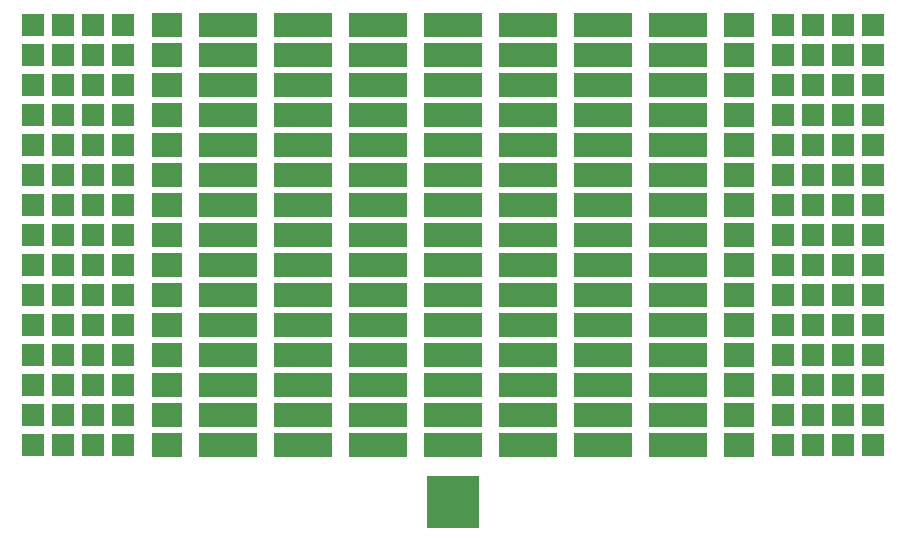
<source format=gts>
G04 #@! TF.FileFunction,Soldermask,Top*
%FSLAX46Y46*%
G04 Gerber Fmt 4.6, Leading zero omitted, Abs format (unit mm)*
G04 Created by KiCad (PCBNEW 4.0.0-rc1-stable) date 09/10/2015 1:57:45 PM*
%MOMM*%
G01*
G04 APERTURE LIST*
%ADD10C,0.150000*%
%ADD11R,4.406900X4.406900*%
%ADD12R,1.907540X1.907540*%
%ADD13R,2.508000X2.108000*%
G04 APERTURE END LIST*
D10*
D11*
X76200000Y-83566000D03*
D12*
X104140000Y-43180000D03*
X106680000Y-43180000D03*
X109220000Y-43180000D03*
X111760000Y-43180000D03*
X104140000Y-45720000D03*
X106680000Y-45720000D03*
X109220000Y-45720000D03*
X111760000Y-45720000D03*
X104140000Y-48260000D03*
X106680000Y-48260000D03*
X109220000Y-48260000D03*
X111760000Y-48260000D03*
X104140000Y-50800000D03*
X106680000Y-50800000D03*
X109220000Y-50800000D03*
X111760000Y-50800000D03*
X104140000Y-53340000D03*
X106680000Y-53340000D03*
X109220000Y-53340000D03*
X111760000Y-53340000D03*
X104140000Y-55880000D03*
X106680000Y-55880000D03*
X109220000Y-55880000D03*
X111760000Y-55880000D03*
X104140000Y-58420000D03*
X106680000Y-58420000D03*
X109220000Y-58420000D03*
X111760000Y-58420000D03*
X104140000Y-60960000D03*
X106680000Y-60960000D03*
X109220000Y-60960000D03*
X111760000Y-60960000D03*
X104140000Y-63500000D03*
X106680000Y-63500000D03*
X109220000Y-63500000D03*
X111760000Y-63500000D03*
X104140000Y-66040000D03*
X106680000Y-66040000D03*
X109220000Y-66040000D03*
X111760000Y-66040000D03*
X104140000Y-68580000D03*
X106680000Y-68580000D03*
X109220000Y-68580000D03*
X111760000Y-68580000D03*
X104140000Y-71120000D03*
X106680000Y-71120000D03*
X109220000Y-71120000D03*
X111760000Y-71120000D03*
X104140000Y-73660000D03*
X106680000Y-73660000D03*
X109220000Y-73660000D03*
X111760000Y-73660000D03*
X104140000Y-76200000D03*
X106680000Y-76200000D03*
X109220000Y-76200000D03*
X111760000Y-76200000D03*
X104140000Y-78740000D03*
X106680000Y-78740000D03*
X109220000Y-78740000D03*
X111760000Y-78740000D03*
X40640000Y-78740000D03*
X43180000Y-78740000D03*
X45720000Y-78740000D03*
X48260000Y-78740000D03*
X40640000Y-76200000D03*
X43180000Y-76200000D03*
X45720000Y-76200000D03*
X48260000Y-76200000D03*
X40640000Y-73660000D03*
X43180000Y-73660000D03*
X45720000Y-73660000D03*
X48260000Y-73660000D03*
X40640000Y-71120000D03*
X43180000Y-71120000D03*
X45720000Y-71120000D03*
X48260000Y-71120000D03*
X40640000Y-68580000D03*
X43180000Y-68580000D03*
X45720000Y-68580000D03*
X48260000Y-68580000D03*
X40640000Y-66040000D03*
X43180000Y-66040000D03*
X45720000Y-66040000D03*
X48260000Y-66040000D03*
X40640000Y-63500000D03*
X43180000Y-63500000D03*
X45720000Y-63500000D03*
X48260000Y-63500000D03*
X40640000Y-60960000D03*
X43180000Y-60960000D03*
X45720000Y-60960000D03*
X48260000Y-60960000D03*
X40640000Y-58420000D03*
X43180000Y-58420000D03*
X45720000Y-58420000D03*
X48260000Y-58420000D03*
X40640000Y-55880000D03*
X43180000Y-55880000D03*
X45720000Y-55880000D03*
X48260000Y-55880000D03*
X40640000Y-53340000D03*
X43180000Y-53340000D03*
X45720000Y-53340000D03*
X48260000Y-53340000D03*
X40640000Y-50800000D03*
X43180000Y-50800000D03*
X45720000Y-50800000D03*
X48260000Y-50800000D03*
X40640000Y-48260000D03*
X43180000Y-48260000D03*
X45720000Y-48260000D03*
X48260000Y-48260000D03*
X40640000Y-45720000D03*
X43180000Y-45720000D03*
X45720000Y-45720000D03*
X48260000Y-45720000D03*
X40640000Y-43180000D03*
X43180000Y-43180000D03*
X45720000Y-43180000D03*
X48260000Y-43180000D03*
D13*
X77375000Y-43180000D03*
X81375000Y-43180000D03*
X83725000Y-43180000D03*
X87725000Y-43180000D03*
X90075000Y-43180000D03*
X94075000Y-43180000D03*
X96425000Y-43180000D03*
X100425000Y-43180000D03*
X77375000Y-45720000D03*
X81375000Y-45720000D03*
X83725000Y-45720000D03*
X87725000Y-45720000D03*
X90075000Y-45720000D03*
X94075000Y-45720000D03*
X96425000Y-45720000D03*
X100425000Y-45720000D03*
X77375000Y-48260000D03*
X81375000Y-48260000D03*
X83725000Y-48260000D03*
X87725000Y-48260000D03*
X90075000Y-48260000D03*
X94075000Y-48260000D03*
X96425000Y-48260000D03*
X100425000Y-48260000D03*
X77375000Y-50800000D03*
X81375000Y-50800000D03*
X83725000Y-50800000D03*
X87725000Y-50800000D03*
X90075000Y-50800000D03*
X94075000Y-50800000D03*
X96425000Y-50800000D03*
X100425000Y-50800000D03*
X77375000Y-53340000D03*
X81375000Y-53340000D03*
X83725000Y-53340000D03*
X87725000Y-53340000D03*
X90075000Y-53340000D03*
X94075000Y-53340000D03*
X96425000Y-53340000D03*
X100425000Y-53340000D03*
X77375000Y-55880000D03*
X81375000Y-55880000D03*
X83725000Y-55880000D03*
X87725000Y-55880000D03*
X90075000Y-55880000D03*
X94075000Y-55880000D03*
X96425000Y-55880000D03*
X100425000Y-55880000D03*
X77375000Y-58420000D03*
X81375000Y-58420000D03*
X83725000Y-58420000D03*
X87725000Y-58420000D03*
X90075000Y-58420000D03*
X94075000Y-58420000D03*
X96425000Y-58420000D03*
X100425000Y-58420000D03*
X77375000Y-60960000D03*
X81375000Y-60960000D03*
X83725000Y-60960000D03*
X87725000Y-60960000D03*
X90075000Y-60960000D03*
X94075000Y-60960000D03*
X96425000Y-60960000D03*
X100425000Y-60960000D03*
X77375000Y-63500000D03*
X81375000Y-63500000D03*
X83725000Y-63500000D03*
X87725000Y-63500000D03*
X90075000Y-63500000D03*
X94075000Y-63500000D03*
X96425000Y-63500000D03*
X100425000Y-63500000D03*
X77375000Y-66040000D03*
X81375000Y-66040000D03*
X83725000Y-66040000D03*
X87725000Y-66040000D03*
X90075000Y-66040000D03*
X94075000Y-66040000D03*
X96425000Y-66040000D03*
X100425000Y-66040000D03*
X77375000Y-68580000D03*
X81375000Y-68580000D03*
X83725000Y-68580000D03*
X87725000Y-68580000D03*
X90075000Y-68580000D03*
X94075000Y-68580000D03*
X96425000Y-68580000D03*
X100425000Y-68580000D03*
X77375000Y-71120000D03*
X81375000Y-71120000D03*
X83725000Y-71120000D03*
X87725000Y-71120000D03*
X90075000Y-71120000D03*
X94075000Y-71120000D03*
X96425000Y-71120000D03*
X100425000Y-71120000D03*
X77375000Y-73660000D03*
X81375000Y-73660000D03*
X83725000Y-73660000D03*
X87725000Y-73660000D03*
X90075000Y-73660000D03*
X94075000Y-73660000D03*
X96425000Y-73660000D03*
X100425000Y-73660000D03*
X77375000Y-76200000D03*
X81375000Y-76200000D03*
X83725000Y-76200000D03*
X87725000Y-76200000D03*
X90075000Y-76200000D03*
X94075000Y-76200000D03*
X96425000Y-76200000D03*
X100425000Y-76200000D03*
X77375000Y-78740000D03*
X81375000Y-78740000D03*
X83725000Y-78740000D03*
X87725000Y-78740000D03*
X90075000Y-78740000D03*
X94075000Y-78740000D03*
X96425000Y-78740000D03*
X100425000Y-78740000D03*
X51975000Y-78740000D03*
X55975000Y-78740000D03*
X58325000Y-78740000D03*
X62325000Y-78740000D03*
X64675000Y-78740000D03*
X68675000Y-78740000D03*
X71025000Y-78740000D03*
X75025000Y-78740000D03*
X51975000Y-76200000D03*
X55975000Y-76200000D03*
X58325000Y-76200000D03*
X62325000Y-76200000D03*
X64675000Y-76200000D03*
X68675000Y-76200000D03*
X71025000Y-76200000D03*
X75025000Y-76200000D03*
X51975000Y-73660000D03*
X55975000Y-73660000D03*
X58325000Y-73660000D03*
X62325000Y-73660000D03*
X64675000Y-73660000D03*
X68675000Y-73660000D03*
X71025000Y-73660000D03*
X75025000Y-73660000D03*
X51975000Y-71120000D03*
X55975000Y-71120000D03*
X58325000Y-71120000D03*
X62325000Y-71120000D03*
X64675000Y-71120000D03*
X68675000Y-71120000D03*
X71025000Y-71120000D03*
X75025000Y-71120000D03*
X51975000Y-68580000D03*
X55975000Y-68580000D03*
X58325000Y-68580000D03*
X62325000Y-68580000D03*
X64675000Y-68580000D03*
X68675000Y-68580000D03*
X71025000Y-68580000D03*
X75025000Y-68580000D03*
X51975000Y-66040000D03*
X55975000Y-66040000D03*
X58325000Y-66040000D03*
X62325000Y-66040000D03*
X64675000Y-66040000D03*
X68675000Y-66040000D03*
X71025000Y-66040000D03*
X75025000Y-66040000D03*
X51975000Y-63500000D03*
X55975000Y-63500000D03*
X58325000Y-63500000D03*
X62325000Y-63500000D03*
X64675000Y-63500000D03*
X68675000Y-63500000D03*
X71025000Y-63500000D03*
X75025000Y-63500000D03*
X51975000Y-60960000D03*
X55975000Y-60960000D03*
X58325000Y-60960000D03*
X62325000Y-60960000D03*
X64675000Y-60960000D03*
X68675000Y-60960000D03*
X71025000Y-60960000D03*
X75025000Y-60960000D03*
X51975000Y-58420000D03*
X55975000Y-58420000D03*
X58325000Y-58420000D03*
X62325000Y-58420000D03*
X64675000Y-58420000D03*
X68675000Y-58420000D03*
X71025000Y-58420000D03*
X75025000Y-58420000D03*
X51975000Y-55880000D03*
X55975000Y-55880000D03*
X58325000Y-55880000D03*
X62325000Y-55880000D03*
X64675000Y-55880000D03*
X68675000Y-55880000D03*
X71025000Y-55880000D03*
X75025000Y-55880000D03*
X51975000Y-53340000D03*
X55975000Y-53340000D03*
X58325000Y-53340000D03*
X62325000Y-53340000D03*
X64675000Y-53340000D03*
X68675000Y-53340000D03*
X71025000Y-53340000D03*
X75025000Y-53340000D03*
X51975000Y-50800000D03*
X55975000Y-50800000D03*
X58325000Y-50800000D03*
X62325000Y-50800000D03*
X64675000Y-50800000D03*
X68675000Y-50800000D03*
X71025000Y-50800000D03*
X75025000Y-50800000D03*
X51975000Y-48260000D03*
X55975000Y-48260000D03*
X58325000Y-48260000D03*
X62325000Y-48260000D03*
X64675000Y-48260000D03*
X68675000Y-48260000D03*
X71025000Y-48260000D03*
X75025000Y-48260000D03*
X51975000Y-45720000D03*
X55975000Y-45720000D03*
X58325000Y-45720000D03*
X62325000Y-45720000D03*
X64675000Y-45720000D03*
X68675000Y-45720000D03*
X71025000Y-45720000D03*
X75025000Y-45720000D03*
X51975000Y-43180000D03*
X55975000Y-43180000D03*
X58325000Y-43180000D03*
X62325000Y-43180000D03*
X64675000Y-43180000D03*
X68675000Y-43180000D03*
X71025000Y-43180000D03*
X75025000Y-43180000D03*
M02*

</source>
